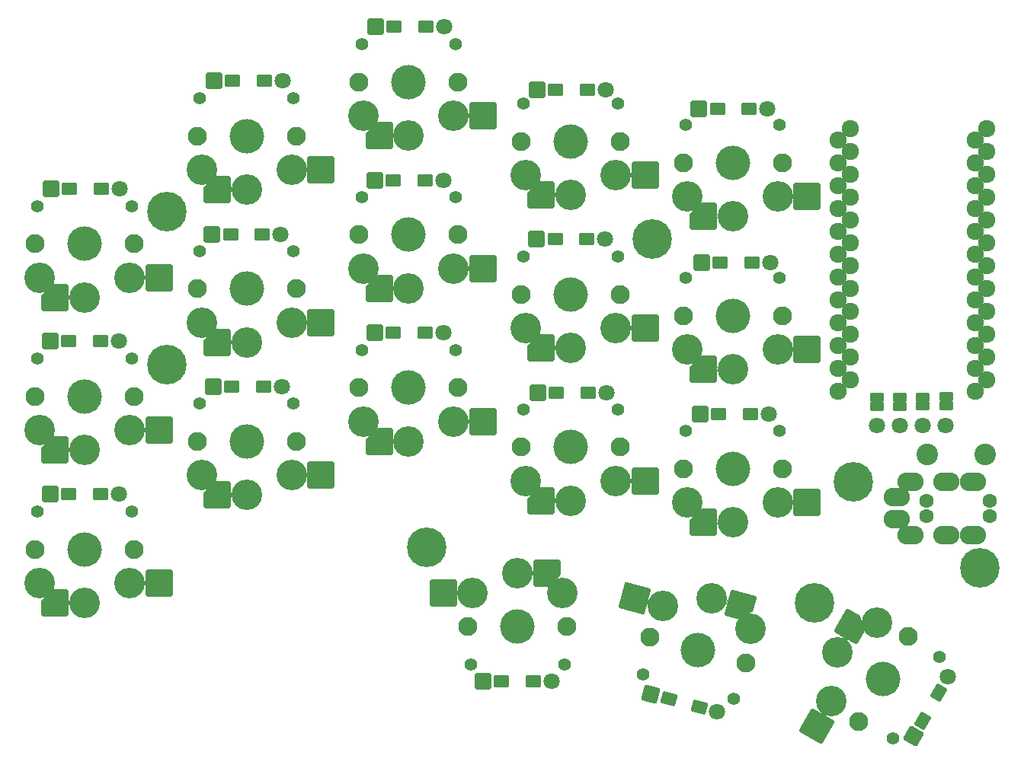
<source format=gbr>
G04 #@! TF.GenerationSoftware,KiCad,Pcbnew,(5.99.0-11177-g6c67dfa032)*
G04 #@! TF.CreationDate,2021-08-29T13:14:21+03:00*
G04 #@! TF.ProjectId,chocofi,63686f63-6f66-4692-9e6b-696361645f70,2.1*
G04 #@! TF.SameCoordinates,Original*
G04 #@! TF.FileFunction,Soldermask,Top*
G04 #@! TF.FilePolarity,Negative*
%FSLAX46Y46*%
G04 Gerber Fmt 4.6, Leading zero omitted, Abs format (unit mm)*
G04 Created by KiCad (PCBNEW (5.99.0-11177-g6c67dfa032)) date 2021-08-29 13:14:21*
%MOMM*%
%LPD*%
G01*
G04 APERTURE LIST*
G04 Aperture macros list*
%AMRoundRect*
0 Rectangle with rounded corners*
0 $1 Rounding radius*
0 $2 $3 $4 $5 $6 $7 $8 $9 X,Y pos of 4 corners*
0 Add a 4 corners polygon primitive as box body*
4,1,4,$2,$3,$4,$5,$6,$7,$8,$9,$2,$3,0*
0 Add four circle primitives for the rounded corners*
1,1,$1+$1,$2,$3*
1,1,$1+$1,$4,$5*
1,1,$1+$1,$6,$7*
1,1,$1+$1,$8,$9*
0 Add four rect primitives between the rounded corners*
20,1,$1+$1,$2,$3,$4,$5,0*
20,1,$1+$1,$4,$5,$6,$7,0*
20,1,$1+$1,$6,$7,$8,$9,0*
20,1,$1+$1,$8,$9,$2,$3,0*%
%AMFreePoly0*
4,1,22,1.386777,1.480194,1.456366,1.424698,1.494986,1.344504,1.500000,1.300000,1.500000,-1.300000,1.480194,-1.386777,1.424698,-1.456366,1.344504,-1.494986,1.300000,-1.500000,-1.300000,-1.500000,-1.386777,-1.480194,-1.456366,-1.424698,-1.494986,-1.344504,-1.500000,-1.300000,-1.500000,0.130000,-1.480194,0.216777,-1.441421,0.271421,-0.271421,1.441421,-0.196056,1.488777,-0.130000,1.500000,
1.300000,1.500000,1.386777,1.480194,1.386777,1.480194,$1*%
G04 Aperture macros list end*
%ADD10RoundRect,0.200000X-0.698500X-0.698500X0.698500X-0.698500X0.698500X0.698500X-0.698500X0.698500X0*%
%ADD11RoundRect,0.200000X-0.650000X-0.475000X0.650000X-0.475000X0.650000X0.475000X-0.650000X0.475000X0*%
%ADD12C,1.797000*%
%ADD13RoundRect,0.200000X-0.750791X-0.290582X0.504913X-0.627047X0.750791X0.290582X-0.504913X0.627047X0*%
%ADD14RoundRect,0.200000X-0.855484X-0.493914X0.493914X-0.855484X0.855484X0.493914X-0.493914X0.855484X0*%
%ADD15RoundRect,0.200000X0.255669X-0.954169X0.954169X0.255669X-0.255669X0.954169X-0.954169X-0.255669X0*%
%ADD16RoundRect,0.200000X0.086362X-0.800417X0.736362X0.325417X-0.086362X0.800417X-0.736362X-0.325417X0*%
%ADD17C,1.600000*%
%ADD18O,2.900000X2.100000*%
%ADD19C,2.101800*%
%ADD20C,3.829000*%
%ADD21C,3.400000*%
%ADD22C,1.390600*%
%ADD23FreePoly0,0.000000*%
%ADD24RoundRect,0.200000X-1.300000X-1.300000X1.300000X-1.300000X1.300000X1.300000X-1.300000X1.300000X0*%
%ADD25FreePoly0,180.000000*%
%ADD26RoundRect,0.200000X1.300000X1.300000X-1.300000X1.300000X-1.300000X-1.300000X1.300000X-1.300000X0*%
%ADD27FreePoly0,165.000000*%
%ADD28RoundRect,0.200000X1.592168X0.919239X-0.919239X1.592168X-1.592168X-0.919239X0.919239X-1.592168X0*%
%ADD29FreePoly0,240.000000*%
%ADD30RoundRect,0.200000X-0.475833X1.775833X-1.775833X-0.475833X0.475833X-1.775833X1.775833X0.475833X0*%
%ADD31C,1.924000*%
%ADD32RoundRect,0.200000X-0.571500X0.317500X-0.571500X-0.317500X0.571500X-0.317500X0.571500X0.317500X0*%
%ADD33C,2.400000*%
%ADD34C,4.400000*%
G04 APERTURE END LIST*
D10*
X82194400Y-64312800D03*
D11*
X84229400Y-64312800D03*
D12*
X89814400Y-64312800D03*
D11*
X87779400Y-64312800D03*
D10*
X100279200Y-52273200D03*
D11*
X102314200Y-52273200D03*
X105864200Y-52273200D03*
D12*
X107899200Y-52273200D03*
D10*
X118262400Y-46228000D03*
D11*
X120297400Y-46228000D03*
D12*
X125882400Y-46228000D03*
D11*
X123847400Y-46228000D03*
X138229800Y-53289200D03*
D10*
X136194800Y-53289200D03*
D12*
X143814800Y-53289200D03*
D11*
X141779800Y-53289200D03*
X156213000Y-55422800D03*
D10*
X154178000Y-55422800D03*
D11*
X159763000Y-55422800D03*
D12*
X161798000Y-55422800D03*
D10*
X82092800Y-81229200D03*
D11*
X84127800Y-81229200D03*
D12*
X89712800Y-81229200D03*
D11*
X87677800Y-81229200D03*
D10*
X100076000Y-69342000D03*
D11*
X102111000Y-69342000D03*
D12*
X107696000Y-69342000D03*
D11*
X105661000Y-69342000D03*
D10*
X118160800Y-63347600D03*
D11*
X120195800Y-63347600D03*
X123745800Y-63347600D03*
D12*
X125780800Y-63347600D03*
D10*
X136144000Y-69900800D03*
D11*
X138179000Y-69900800D03*
D12*
X143764000Y-69900800D03*
D11*
X141729000Y-69900800D03*
D10*
X154482800Y-72491600D03*
D11*
X156517800Y-72491600D03*
D12*
X162102800Y-72491600D03*
D11*
X160067800Y-72491600D03*
D10*
X82092800Y-98247200D03*
D11*
X84127800Y-98247200D03*
D12*
X89712800Y-98247200D03*
D11*
X87677800Y-98247200D03*
D10*
X100177600Y-86309200D03*
D11*
X102212600Y-86309200D03*
X105762600Y-86309200D03*
D12*
X107797600Y-86309200D03*
D11*
X120195800Y-80314800D03*
D10*
X118160800Y-80314800D03*
D11*
X123745800Y-80314800D03*
D12*
X125780800Y-80314800D03*
D10*
X136245600Y-86969600D03*
D11*
X138280600Y-86969600D03*
X141830600Y-86969600D03*
D12*
X143865600Y-86969600D03*
D11*
X156314600Y-89357200D03*
D10*
X154279600Y-89357200D03*
D12*
X161899600Y-89357200D03*
D11*
X159864600Y-89357200D03*
D10*
X130149600Y-119075200D03*
D11*
X132184600Y-119075200D03*
X135734600Y-119075200D03*
D12*
X137769600Y-119075200D03*
D13*
X150799764Y-121001192D03*
D14*
X148834105Y-120474495D03*
D12*
X156194459Y-122446697D03*
D13*
X154228800Y-121920000D03*
D15*
X178053166Y-125194992D03*
D16*
X179070666Y-123432630D03*
X180845666Y-120358240D03*
D12*
X181863166Y-118595878D03*
D17*
X186460000Y-98961000D03*
X179460000Y-98961000D03*
X186460000Y-100711000D03*
X179460000Y-100711000D03*
D18*
X176160000Y-101061000D03*
X176160000Y-98611000D03*
X184660000Y-102811000D03*
X184660000Y-96861000D03*
X181660000Y-96861000D03*
X181660000Y-102811000D03*
X177660000Y-96861000D03*
X177660000Y-102811000D03*
D19*
X91410000Y-70400000D03*
D20*
X85910000Y-70400000D03*
D21*
X80910000Y-74150000D03*
D22*
X91130000Y-66200000D03*
D21*
X85910000Y-76350000D03*
D22*
X80690000Y-66200000D03*
D19*
X80410000Y-70400000D03*
D21*
X90910000Y-74150000D03*
D23*
X82635000Y-76350000D03*
D24*
X94185000Y-74150000D03*
D22*
X98690000Y-54200000D03*
D19*
X109410000Y-58400000D03*
D21*
X103910000Y-64350000D03*
D22*
X109130000Y-54200000D03*
D21*
X98910000Y-62150000D03*
D20*
X103910000Y-58400000D03*
D21*
X108910000Y-62150000D03*
D19*
X98410000Y-58400000D03*
D23*
X100635000Y-64350000D03*
D24*
X112185000Y-62150000D03*
D20*
X121910000Y-52400000D03*
D19*
X116410000Y-52400000D03*
D22*
X127130000Y-48200000D03*
D21*
X121910000Y-58350000D03*
X116910000Y-56150000D03*
D22*
X116690000Y-48200000D03*
D19*
X127410000Y-52400000D03*
D21*
X126910000Y-56150000D03*
D23*
X118635000Y-58350000D03*
D24*
X130185000Y-56150000D03*
D19*
X145410000Y-59020000D03*
D21*
X134910000Y-62770000D03*
X139910000Y-64970000D03*
D22*
X134690000Y-54820000D03*
D20*
X139910000Y-59020000D03*
D22*
X145130000Y-54820000D03*
D19*
X134410000Y-59020000D03*
D21*
X144910000Y-62770000D03*
D23*
X136635000Y-64970000D03*
D24*
X148185000Y-62770000D03*
D21*
X152910000Y-65150000D03*
X157910000Y-67350000D03*
D22*
X152690000Y-57200000D03*
D20*
X157910000Y-61400000D03*
D19*
X152410000Y-61400000D03*
X163410000Y-61400000D03*
D21*
X162910000Y-65150000D03*
D22*
X163130000Y-57200000D03*
D23*
X154635000Y-67350000D03*
D24*
X166185000Y-65150000D03*
D21*
X90910000Y-91150000D03*
D19*
X91410000Y-87400000D03*
X80410000Y-87400000D03*
D21*
X80910000Y-91150000D03*
D22*
X80690000Y-83200000D03*
D21*
X85910000Y-93350000D03*
D22*
X91130000Y-83200000D03*
D20*
X85910000Y-87400000D03*
D23*
X82635000Y-93350000D03*
D24*
X94185000Y-91150000D03*
D19*
X98410000Y-75400000D03*
D22*
X109130000Y-71200000D03*
D20*
X103910000Y-75400000D03*
D19*
X109410000Y-75400000D03*
D21*
X108910000Y-79150000D03*
X98910000Y-79150000D03*
X103910000Y-81350000D03*
D22*
X98690000Y-71200000D03*
D23*
X100635000Y-81350000D03*
D24*
X112185000Y-79150000D03*
D21*
X121910000Y-75350000D03*
D19*
X116410000Y-69400000D03*
D22*
X127130000Y-65200000D03*
D19*
X127410000Y-69400000D03*
D22*
X116690000Y-65200000D03*
D20*
X121910000Y-69400000D03*
D21*
X116910000Y-73150000D03*
X126910000Y-73150000D03*
D23*
X118635000Y-75350000D03*
D24*
X130185000Y-73150000D03*
D21*
X134910000Y-79770000D03*
D22*
X134690000Y-71820000D03*
D21*
X144910000Y-79770000D03*
X139910000Y-81970000D03*
D19*
X134410000Y-76020000D03*
D20*
X139910000Y-76020000D03*
D19*
X145410000Y-76020000D03*
D22*
X145130000Y-71820000D03*
D23*
X136635000Y-81970000D03*
D24*
X148185000Y-79770000D03*
D19*
X163410000Y-78400000D03*
D21*
X162910000Y-82150000D03*
D19*
X152410000Y-78400000D03*
D22*
X152690000Y-74200000D03*
X163130000Y-74200000D03*
D21*
X157910000Y-84350000D03*
D20*
X157910000Y-78400000D03*
D21*
X152910000Y-82150000D03*
D23*
X154635000Y-84350000D03*
D24*
X166185000Y-82150000D03*
D22*
X91130000Y-100200000D03*
X80690000Y-100200000D03*
D21*
X90910000Y-108150000D03*
D19*
X91410000Y-104400000D03*
X80410000Y-104400000D03*
D20*
X85910000Y-104400000D03*
D21*
X80910000Y-108150000D03*
X85910000Y-110350000D03*
D23*
X82635000Y-110350000D03*
D24*
X94185000Y-108150000D03*
D21*
X103910000Y-98350000D03*
X98910000Y-96150000D03*
D22*
X98690000Y-88200000D03*
D19*
X109410000Y-92400000D03*
D21*
X108910000Y-96150000D03*
D19*
X98410000Y-92400000D03*
D22*
X109130000Y-88200000D03*
D20*
X103910000Y-92400000D03*
D23*
X100635000Y-98350000D03*
D24*
X112185000Y-96150000D03*
D20*
X121910000Y-86400000D03*
D21*
X116910000Y-90150000D03*
D22*
X116690000Y-82200000D03*
D21*
X126910000Y-90150000D03*
D19*
X127410000Y-86400000D03*
D22*
X127130000Y-82200000D03*
D19*
X116410000Y-86400000D03*
D21*
X121910000Y-92350000D03*
D23*
X118635000Y-92350000D03*
D24*
X130185000Y-90150000D03*
D22*
X145130000Y-88825000D03*
X134690000Y-88825000D03*
D19*
X134410000Y-93025000D03*
D21*
X139910000Y-98975000D03*
D19*
X145410000Y-93025000D03*
D21*
X134910000Y-96775000D03*
D20*
X139910000Y-93025000D03*
D21*
X144910000Y-96775000D03*
D23*
X136635000Y-98975000D03*
D24*
X148185000Y-96775000D03*
D21*
X157910000Y-101350000D03*
D20*
X157910000Y-95400000D03*
D19*
X163410000Y-95400000D03*
D21*
X152910000Y-99150000D03*
D22*
X152690000Y-91200000D03*
D21*
X162910000Y-99150000D03*
D19*
X152410000Y-95400000D03*
D22*
X163130000Y-91200000D03*
D23*
X154635000Y-101350000D03*
D24*
X166185000Y-99150000D03*
D22*
X139230000Y-117190000D03*
D21*
X134010000Y-107040000D03*
D19*
X128510000Y-112990000D03*
D21*
X139010000Y-109240000D03*
D20*
X134010000Y-112990000D03*
D19*
X139510000Y-112990000D03*
D21*
X129010000Y-109240000D03*
D22*
X128790000Y-117190000D03*
D25*
X137285000Y-107040000D03*
D26*
X125735000Y-109240000D03*
D22*
X158015093Y-120987924D03*
D21*
X155599973Y-109832741D03*
X150200942Y-110663683D03*
D20*
X154060000Y-115580000D03*
D21*
X159860201Y-113251873D03*
D19*
X148747408Y-114156495D03*
D22*
X147930827Y-118285853D03*
D19*
X159372592Y-117003505D03*
D27*
X158763380Y-110680374D03*
D28*
X147037535Y-109816051D03*
D21*
X173912405Y-112584873D03*
X169507149Y-115815000D03*
D22*
X180907307Y-116369347D03*
D19*
X171910000Y-123553140D03*
X177410000Y-114026860D03*
D21*
X168912405Y-121245127D03*
D20*
X174660000Y-118790000D03*
D22*
X175687307Y-125410653D03*
D29*
X171144649Y-112978767D03*
D30*
X167274905Y-124081360D03*
D31*
X169620000Y-58870400D03*
X186166400Y-57600400D03*
X186166400Y-60140400D03*
X169620000Y-61410400D03*
X186166400Y-62680400D03*
X169620000Y-63950400D03*
X186166400Y-65220400D03*
X169620000Y-66490400D03*
X169620000Y-69030400D03*
X186166400Y-67760400D03*
X169620000Y-71570400D03*
X186166400Y-70300400D03*
X169620000Y-74110400D03*
X186166400Y-72840400D03*
X169620000Y-76650400D03*
X186166400Y-75380400D03*
X186166400Y-77920400D03*
X169620000Y-79190400D03*
X186166400Y-80460400D03*
X169620000Y-81730400D03*
X186166400Y-83000400D03*
X169620000Y-84270400D03*
X186166400Y-85540400D03*
X169620000Y-86810400D03*
X170946400Y-85540400D03*
X184860000Y-86810400D03*
X170946400Y-83000400D03*
X184860000Y-84270400D03*
X184860000Y-81730400D03*
X170946400Y-80460400D03*
X184860000Y-79190400D03*
X170946400Y-77920400D03*
X184860000Y-76650400D03*
X170946400Y-75380400D03*
X184860000Y-74110400D03*
X170946400Y-72840400D03*
X184860000Y-71570400D03*
X170946400Y-70300400D03*
X170946400Y-67760400D03*
X184860000Y-69030400D03*
X184860000Y-66490400D03*
X170946400Y-65220400D03*
X184860000Y-63950400D03*
X170946400Y-62680400D03*
X170946400Y-60140400D03*
X184860000Y-61410400D03*
X184860000Y-58870400D03*
X170946400Y-57600400D03*
D32*
X179070000Y-87448020D03*
X179070000Y-88448780D03*
D12*
X173930000Y-90608400D03*
X176470000Y-90608400D03*
X179010000Y-90608400D03*
X181550000Y-90608400D03*
D32*
X176470000Y-87468020D03*
X176470000Y-88468780D03*
X173930000Y-87498020D03*
X173930000Y-88498780D03*
X181640000Y-87438420D03*
X181640000Y-88439180D03*
D33*
X186003000Y-93853000D03*
X179503000Y-93853000D03*
D34*
X171323000Y-96901000D03*
X185420000Y-106426000D03*
X95000000Y-66802000D03*
X148971000Y-69850000D03*
X123952000Y-104140000D03*
X167005000Y-110363000D03*
X95000000Y-83820000D03*
G36*
X166903828Y-122132847D02*
G01*
X166904343Y-122133055D01*
X167783425Y-122640593D01*
X167820149Y-122645428D01*
X167849194Y-122623140D01*
X167853981Y-122586781D01*
X167835917Y-122560375D01*
X167835765Y-122558381D01*
X167837415Y-122557252D01*
X167838751Y-122557633D01*
X168012607Y-122685110D01*
X168235333Y-122802291D01*
X168300965Y-122825210D01*
X168302271Y-122826725D01*
X168301612Y-122828613D01*
X168300419Y-122829095D01*
X168263400Y-122831198D01*
X168239022Y-122858512D01*
X168241104Y-122895171D01*
X168260445Y-122916001D01*
X168288964Y-122932467D01*
X168289964Y-122934199D01*
X168288964Y-122935931D01*
X168286964Y-122935931D01*
X166902339Y-122136518D01*
X166901339Y-122134786D01*
X166902339Y-122133054D01*
X166903824Y-122132846D01*
X166903828Y-122132847D01*
G37*
G36*
X169274079Y-113628534D02*
G01*
X171517219Y-114923612D01*
X171518219Y-114925344D01*
X171517219Y-114927076D01*
X171515476Y-114927201D01*
X171515471Y-114927199D01*
X171515214Y-114927074D01*
X170643778Y-114423950D01*
X170607054Y-114419115D01*
X170578009Y-114441403D01*
X170573213Y-114477831D01*
X170586634Y-114500279D01*
X170586664Y-114502278D01*
X170584948Y-114503305D01*
X170583547Y-114502762D01*
X170575731Y-114495410D01*
X170368950Y-114351960D01*
X170143228Y-114240646D01*
X170111452Y-114230475D01*
X170110108Y-114228994D01*
X170110717Y-114227090D01*
X170111896Y-114226577D01*
X170148847Y-114223507D01*
X170172502Y-114195565D01*
X170169460Y-114158958D01*
X170150695Y-114139269D01*
X169272081Y-113632000D01*
X169271667Y-113631682D01*
X169271665Y-113631680D01*
X169271147Y-113629748D01*
X169272561Y-113628334D01*
X169274079Y-113628534D01*
G37*
G36*
X170495013Y-111106468D02*
G01*
X170494882Y-111108196D01*
X169199804Y-113351337D01*
X169198072Y-113352337D01*
X169196340Y-113351337D01*
X169196215Y-113349594D01*
X169196217Y-113349589D01*
X169196342Y-113349332D01*
X170491414Y-111106201D01*
X170491584Y-111105952D01*
X170491588Y-111105947D01*
X170493451Y-111105219D01*
X170495013Y-111106468D01*
G37*
G36*
X147900774Y-111598198D02*
G01*
X147902188Y-111599612D01*
X147901670Y-111601544D01*
X147900256Y-111602130D01*
X147900252Y-111602130D01*
X147899734Y-111602062D01*
X145397845Y-110931683D01*
X145397469Y-110931540D01*
X145397467Y-110931539D01*
X145396365Y-110929870D01*
X145397259Y-110928081D01*
X145398879Y-110927818D01*
X147900774Y-111598198D01*
G37*
G36*
X84136848Y-110061122D02*
G01*
X84151175Y-110095711D01*
X84184999Y-110109721D01*
X84218877Y-110095689D01*
X84232765Y-110066406D01*
X84234411Y-110065270D01*
X84236218Y-110066127D01*
X84236562Y-110067463D01*
X84212588Y-110305550D01*
X84224663Y-110556933D01*
X84235800Y-110612926D01*
X84235157Y-110614820D01*
X84233195Y-110615210D01*
X84232175Y-110614427D01*
X84211575Y-110583594D01*
X84175667Y-110576452D01*
X84145132Y-110596854D01*
X84136914Y-110623948D01*
X84135454Y-110625315D01*
X84133540Y-110624734D01*
X84133000Y-110623367D01*
X84133000Y-110061887D01*
X84134000Y-110060155D01*
X84136000Y-110060155D01*
X84136848Y-110061122D01*
G37*
G36*
X148571540Y-109890485D02*
G01*
X148572058Y-109892417D01*
X148557444Y-109946959D01*
X148562279Y-109983683D01*
X148591324Y-110005970D01*
X148627699Y-110001181D01*
X148648028Y-109978101D01*
X148649923Y-109977462D01*
X148651424Y-109978784D01*
X148651373Y-109980196D01*
X148590693Y-110124901D01*
X148528744Y-110368826D01*
X148517733Y-110478182D01*
X148516564Y-110479806D01*
X148514575Y-110479605D01*
X148513828Y-110478558D01*
X148503142Y-110443051D01*
X148470890Y-110425723D01*
X148435745Y-110436300D01*
X148419654Y-110461197D01*
X148383505Y-110596107D01*
X148382091Y-110597521D01*
X148380159Y-110597003D01*
X148379641Y-110595071D01*
X148568194Y-109891381D01*
X148569608Y-109889967D01*
X148571540Y-109890485D01*
G37*
G36*
X157286886Y-110014197D02*
G01*
X157287605Y-110015263D01*
X157297358Y-110051040D01*
X157329142Y-110069205D01*
X157364540Y-110059555D01*
X157381810Y-110033587D01*
X157383601Y-110032699D01*
X157385267Y-110033807D01*
X157385407Y-110035213D01*
X157247804Y-110548755D01*
X157246390Y-110550169D01*
X157244458Y-110549651D01*
X157243889Y-110548498D01*
X157239002Y-110511380D01*
X157209957Y-110489092D01*
X157173568Y-110493883D01*
X157153772Y-110515772D01*
X157151869Y-110516385D01*
X157150386Y-110515044D01*
X157150465Y-110513609D01*
X157195566Y-110413488D01*
X157263880Y-110171265D01*
X157283691Y-110015537D01*
X157284902Y-110013945D01*
X157286886Y-110014197D01*
G37*
G36*
X127236848Y-108951122D02*
G01*
X127251175Y-108985711D01*
X127284999Y-108999721D01*
X127318877Y-108985689D01*
X127332765Y-108956406D01*
X127334411Y-108955270D01*
X127336218Y-108956127D01*
X127336562Y-108957463D01*
X127312588Y-109195550D01*
X127324663Y-109446933D01*
X127335800Y-109502926D01*
X127335157Y-109504820D01*
X127333195Y-109505210D01*
X127332175Y-109504427D01*
X127311575Y-109473594D01*
X127275667Y-109466452D01*
X127245132Y-109486854D01*
X127236914Y-109513948D01*
X127235454Y-109515315D01*
X127233540Y-109514734D01*
X127233000Y-109513367D01*
X127233000Y-108951887D01*
X127234000Y-108950155D01*
X127236000Y-108950155D01*
X127236848Y-108951122D01*
G37*
G36*
X146175336Y-108030040D02*
G01*
X148677225Y-108700419D01*
X148677601Y-108700562D01*
X148677603Y-108700563D01*
X148678705Y-108702232D01*
X148677811Y-108704021D01*
X148676191Y-108704284D01*
X146174296Y-108033904D01*
X146172882Y-108032490D01*
X146173400Y-108030558D01*
X146174814Y-108029972D01*
X146174818Y-108029972D01*
X146175336Y-108030040D01*
G37*
G36*
X92686442Y-107864422D02*
G01*
X92687000Y-107865808D01*
X92687000Y-108419236D01*
X92686000Y-108420968D01*
X92684000Y-108420968D01*
X92683152Y-108420001D01*
X92668825Y-108385412D01*
X92635001Y-108371402D01*
X92601110Y-108385440D01*
X92587385Y-108413426D01*
X92585724Y-108414540D01*
X92583929Y-108413660D01*
X92583605Y-108412293D01*
X92605674Y-108238816D01*
X92607998Y-108150056D01*
X92589343Y-107899019D01*
X92584491Y-107877577D01*
X92585084Y-107875667D01*
X92587035Y-107875226D01*
X92588075Y-107875982D01*
X92609476Y-107906263D01*
X92645559Y-107912463D01*
X92675561Y-107891259D01*
X92683079Y-107865253D01*
X92684520Y-107863866D01*
X92686442Y-107864422D01*
G37*
G36*
X135786442Y-106754422D02*
G01*
X135787000Y-106755808D01*
X135787000Y-107309236D01*
X135786000Y-107310968D01*
X135784000Y-107310968D01*
X135783152Y-107310001D01*
X135768825Y-107275412D01*
X135735001Y-107261402D01*
X135701110Y-107275440D01*
X135687385Y-107303426D01*
X135685724Y-107304540D01*
X135683929Y-107303660D01*
X135683605Y-107302293D01*
X135705674Y-107128816D01*
X135707998Y-107040056D01*
X135689343Y-106789019D01*
X135684491Y-106767577D01*
X135685084Y-106765667D01*
X135687035Y-106765226D01*
X135688075Y-106765982D01*
X135709476Y-106796263D01*
X135745559Y-106802463D01*
X135775561Y-106781259D01*
X135783079Y-106755253D01*
X135784520Y-106753866D01*
X135786442Y-106754422D01*
G37*
G36*
X156136848Y-101061122D02*
G01*
X156151175Y-101095711D01*
X156184999Y-101109721D01*
X156218877Y-101095689D01*
X156232765Y-101066406D01*
X156234411Y-101065270D01*
X156236218Y-101066127D01*
X156236562Y-101067463D01*
X156212588Y-101305550D01*
X156224663Y-101556933D01*
X156235800Y-101612926D01*
X156235157Y-101614820D01*
X156233195Y-101615210D01*
X156232175Y-101614427D01*
X156211575Y-101583594D01*
X156175667Y-101576452D01*
X156145132Y-101596854D01*
X156136914Y-101623948D01*
X156135454Y-101625315D01*
X156133540Y-101624734D01*
X156133000Y-101623367D01*
X156133000Y-101061887D01*
X156134000Y-101060155D01*
X156136000Y-101060155D01*
X156136848Y-101061122D01*
G37*
G36*
X164686442Y-98864422D02*
G01*
X164687000Y-98865808D01*
X164687000Y-99419236D01*
X164686000Y-99420968D01*
X164684000Y-99420968D01*
X164683152Y-99420001D01*
X164668825Y-99385412D01*
X164635001Y-99371402D01*
X164601110Y-99385440D01*
X164587385Y-99413426D01*
X164585724Y-99414540D01*
X164583929Y-99413660D01*
X164583605Y-99412293D01*
X164605674Y-99238816D01*
X164607998Y-99150056D01*
X164589343Y-98899019D01*
X164584491Y-98877577D01*
X164585084Y-98875667D01*
X164587035Y-98875226D01*
X164588075Y-98875982D01*
X164609476Y-98906263D01*
X164645559Y-98912463D01*
X164675561Y-98891259D01*
X164683079Y-98865253D01*
X164684520Y-98863866D01*
X164686442Y-98864422D01*
G37*
G36*
X138136848Y-98686122D02*
G01*
X138151175Y-98720711D01*
X138184999Y-98734721D01*
X138218877Y-98720689D01*
X138232765Y-98691406D01*
X138234411Y-98690270D01*
X138236218Y-98691127D01*
X138236562Y-98692463D01*
X138212588Y-98930550D01*
X138224663Y-99181933D01*
X138235800Y-99237926D01*
X138235157Y-99239820D01*
X138233195Y-99240210D01*
X138232175Y-99239427D01*
X138211575Y-99208594D01*
X138175667Y-99201452D01*
X138145132Y-99221854D01*
X138136914Y-99248948D01*
X138135454Y-99250315D01*
X138133540Y-99249734D01*
X138133000Y-99248367D01*
X138133000Y-98686887D01*
X138134000Y-98685155D01*
X138136000Y-98685155D01*
X138136848Y-98686122D01*
G37*
G36*
X102136848Y-98061122D02*
G01*
X102151175Y-98095711D01*
X102184999Y-98109721D01*
X102218877Y-98095689D01*
X102232765Y-98066406D01*
X102234411Y-98065270D01*
X102236218Y-98066127D01*
X102236562Y-98067463D01*
X102212588Y-98305550D01*
X102224663Y-98556933D01*
X102235800Y-98612926D01*
X102235157Y-98614820D01*
X102233195Y-98615210D01*
X102232175Y-98614427D01*
X102211575Y-98583594D01*
X102175667Y-98576452D01*
X102145132Y-98596854D01*
X102136914Y-98623948D01*
X102135454Y-98625315D01*
X102133540Y-98624734D01*
X102133000Y-98623367D01*
X102133000Y-98061887D01*
X102134000Y-98060155D01*
X102136000Y-98060155D01*
X102136848Y-98061122D01*
G37*
G36*
X146686442Y-96489422D02*
G01*
X146687000Y-96490808D01*
X146687000Y-97044236D01*
X146686000Y-97045968D01*
X146684000Y-97045968D01*
X146683152Y-97045001D01*
X146668825Y-97010412D01*
X146635001Y-96996402D01*
X146601110Y-97010440D01*
X146587385Y-97038426D01*
X146585724Y-97039540D01*
X146583929Y-97038660D01*
X146583605Y-97037293D01*
X146605674Y-96863816D01*
X146607998Y-96775056D01*
X146589343Y-96524019D01*
X146584491Y-96502577D01*
X146585084Y-96500667D01*
X146587035Y-96500226D01*
X146588075Y-96500982D01*
X146609476Y-96531263D01*
X146645559Y-96537463D01*
X146675561Y-96516259D01*
X146683079Y-96490253D01*
X146684520Y-96488866D01*
X146686442Y-96489422D01*
G37*
G36*
X110686442Y-95864422D02*
G01*
X110687000Y-95865808D01*
X110687000Y-96419236D01*
X110686000Y-96420968D01*
X110684000Y-96420968D01*
X110683152Y-96420001D01*
X110668825Y-96385412D01*
X110635001Y-96371402D01*
X110601110Y-96385440D01*
X110587385Y-96413426D01*
X110585724Y-96414540D01*
X110583929Y-96413660D01*
X110583605Y-96412293D01*
X110605674Y-96238816D01*
X110607998Y-96150056D01*
X110589343Y-95899019D01*
X110584491Y-95877577D01*
X110585084Y-95875667D01*
X110587035Y-95875226D01*
X110588075Y-95875982D01*
X110609476Y-95906263D01*
X110645559Y-95912463D01*
X110675561Y-95891259D01*
X110683079Y-95865253D01*
X110684520Y-95863866D01*
X110686442Y-95864422D01*
G37*
G36*
X84136848Y-93061122D02*
G01*
X84151175Y-93095711D01*
X84184999Y-93109721D01*
X84218877Y-93095689D01*
X84232765Y-93066406D01*
X84234411Y-93065270D01*
X84236218Y-93066127D01*
X84236562Y-93067463D01*
X84212588Y-93305550D01*
X84224663Y-93556933D01*
X84235800Y-93612926D01*
X84235157Y-93614820D01*
X84233195Y-93615210D01*
X84232175Y-93614427D01*
X84211575Y-93583594D01*
X84175667Y-93576452D01*
X84145132Y-93596854D01*
X84136914Y-93623948D01*
X84135454Y-93625315D01*
X84133540Y-93624734D01*
X84133000Y-93623367D01*
X84133000Y-93061887D01*
X84134000Y-93060155D01*
X84136000Y-93060155D01*
X84136848Y-93061122D01*
G37*
G36*
X120136848Y-92061122D02*
G01*
X120151175Y-92095711D01*
X120184999Y-92109721D01*
X120218877Y-92095689D01*
X120232765Y-92066406D01*
X120234411Y-92065270D01*
X120236218Y-92066127D01*
X120236562Y-92067463D01*
X120212588Y-92305550D01*
X120224663Y-92556933D01*
X120235800Y-92612926D01*
X120235157Y-92614820D01*
X120233195Y-92615210D01*
X120232175Y-92614427D01*
X120211575Y-92583594D01*
X120175667Y-92576452D01*
X120145132Y-92596854D01*
X120136914Y-92623948D01*
X120135454Y-92625315D01*
X120133540Y-92624734D01*
X120133000Y-92623367D01*
X120133000Y-92061887D01*
X120134000Y-92060155D01*
X120136000Y-92060155D01*
X120136848Y-92061122D01*
G37*
G36*
X92686442Y-90864422D02*
G01*
X92687000Y-90865808D01*
X92687000Y-91419236D01*
X92686000Y-91420968D01*
X92684000Y-91420968D01*
X92683152Y-91420001D01*
X92668825Y-91385412D01*
X92635001Y-91371402D01*
X92601110Y-91385440D01*
X92587385Y-91413426D01*
X92585724Y-91414540D01*
X92583929Y-91413660D01*
X92583605Y-91412293D01*
X92605674Y-91238816D01*
X92607998Y-91150056D01*
X92589343Y-90899019D01*
X92584491Y-90877577D01*
X92585084Y-90875667D01*
X92587035Y-90875226D01*
X92588075Y-90875982D01*
X92609476Y-90906263D01*
X92645559Y-90912463D01*
X92675561Y-90891259D01*
X92683079Y-90865253D01*
X92684520Y-90863866D01*
X92686442Y-90864422D01*
G37*
G36*
X128686442Y-89864422D02*
G01*
X128687000Y-89865808D01*
X128687000Y-90419236D01*
X128686000Y-90420968D01*
X128684000Y-90420968D01*
X128683152Y-90420001D01*
X128668825Y-90385412D01*
X128635001Y-90371402D01*
X128601110Y-90385440D01*
X128587385Y-90413426D01*
X128585724Y-90414540D01*
X128583929Y-90413660D01*
X128583605Y-90412293D01*
X128605674Y-90238816D01*
X128607998Y-90150056D01*
X128589343Y-89899019D01*
X128584491Y-89877577D01*
X128585084Y-89875667D01*
X128587035Y-89875226D01*
X128588075Y-89875982D01*
X128609476Y-89906263D01*
X128645559Y-89912463D01*
X128675561Y-89891259D01*
X128683079Y-89865253D01*
X128684520Y-89863866D01*
X128686442Y-89864422D01*
G37*
G36*
X156136848Y-84061122D02*
G01*
X156151175Y-84095711D01*
X156184999Y-84109721D01*
X156218877Y-84095689D01*
X156232765Y-84066406D01*
X156234411Y-84065270D01*
X156236218Y-84066127D01*
X156236562Y-84067463D01*
X156212588Y-84305550D01*
X156224663Y-84556933D01*
X156235800Y-84612926D01*
X156235157Y-84614820D01*
X156233195Y-84615210D01*
X156232175Y-84614427D01*
X156211575Y-84583594D01*
X156175667Y-84576452D01*
X156145132Y-84596854D01*
X156136914Y-84623948D01*
X156135454Y-84625315D01*
X156133540Y-84624734D01*
X156133000Y-84623367D01*
X156133000Y-84061887D01*
X156134000Y-84060155D01*
X156136000Y-84060155D01*
X156136848Y-84061122D01*
G37*
G36*
X164686442Y-81864422D02*
G01*
X164687000Y-81865808D01*
X164687000Y-82419236D01*
X164686000Y-82420968D01*
X164684000Y-82420968D01*
X164683152Y-82420001D01*
X164668825Y-82385412D01*
X164635001Y-82371402D01*
X164601110Y-82385440D01*
X164587385Y-82413426D01*
X164585724Y-82414540D01*
X164583929Y-82413660D01*
X164583605Y-82412293D01*
X164605674Y-82238816D01*
X164607998Y-82150056D01*
X164589343Y-81899019D01*
X164584491Y-81877577D01*
X164585084Y-81875667D01*
X164587035Y-81875226D01*
X164588075Y-81875982D01*
X164609476Y-81906263D01*
X164645559Y-81912463D01*
X164675561Y-81891259D01*
X164683079Y-81865253D01*
X164684520Y-81863866D01*
X164686442Y-81864422D01*
G37*
G36*
X138136848Y-81681122D02*
G01*
X138151175Y-81715711D01*
X138184999Y-81729721D01*
X138218877Y-81715689D01*
X138232765Y-81686406D01*
X138234411Y-81685270D01*
X138236218Y-81686127D01*
X138236562Y-81687463D01*
X138212588Y-81925550D01*
X138224663Y-82176933D01*
X138235800Y-82232926D01*
X138235157Y-82234820D01*
X138233195Y-82235210D01*
X138232175Y-82234427D01*
X138211575Y-82203594D01*
X138175667Y-82196452D01*
X138145132Y-82216854D01*
X138136914Y-82243948D01*
X138135454Y-82245315D01*
X138133540Y-82244734D01*
X138133000Y-82243367D01*
X138133000Y-81681887D01*
X138134000Y-81680155D01*
X138136000Y-81680155D01*
X138136848Y-81681122D01*
G37*
G36*
X102136848Y-81061122D02*
G01*
X102151175Y-81095711D01*
X102184999Y-81109721D01*
X102218877Y-81095689D01*
X102232765Y-81066406D01*
X102234411Y-81065270D01*
X102236218Y-81066127D01*
X102236562Y-81067463D01*
X102212588Y-81305550D01*
X102224663Y-81556933D01*
X102235800Y-81612926D01*
X102235157Y-81614820D01*
X102233195Y-81615210D01*
X102232175Y-81614427D01*
X102211575Y-81583594D01*
X102175667Y-81576452D01*
X102145132Y-81596854D01*
X102136914Y-81623948D01*
X102135454Y-81625315D01*
X102133540Y-81624734D01*
X102133000Y-81623367D01*
X102133000Y-81061887D01*
X102134000Y-81060155D01*
X102136000Y-81060155D01*
X102136848Y-81061122D01*
G37*
G36*
X146686442Y-79484422D02*
G01*
X146687000Y-79485808D01*
X146687000Y-80039236D01*
X146686000Y-80040968D01*
X146684000Y-80040968D01*
X146683152Y-80040001D01*
X146668825Y-80005412D01*
X146635001Y-79991402D01*
X146601110Y-80005440D01*
X146587385Y-80033426D01*
X146585724Y-80034540D01*
X146583929Y-80033660D01*
X146583605Y-80032293D01*
X146605674Y-79858816D01*
X146607998Y-79770056D01*
X146589343Y-79519019D01*
X146584491Y-79497577D01*
X146585084Y-79495667D01*
X146587035Y-79495226D01*
X146588075Y-79495982D01*
X146609476Y-79526263D01*
X146645559Y-79532463D01*
X146675561Y-79511259D01*
X146683079Y-79485253D01*
X146684520Y-79483866D01*
X146686442Y-79484422D01*
G37*
G36*
X110686442Y-78864422D02*
G01*
X110687000Y-78865808D01*
X110687000Y-79419236D01*
X110686000Y-79420968D01*
X110684000Y-79420968D01*
X110683152Y-79420001D01*
X110668825Y-79385412D01*
X110635001Y-79371402D01*
X110601110Y-79385440D01*
X110587385Y-79413426D01*
X110585724Y-79414540D01*
X110583929Y-79413660D01*
X110583605Y-79412293D01*
X110605674Y-79238816D01*
X110607998Y-79150056D01*
X110589343Y-78899019D01*
X110584491Y-78877577D01*
X110585084Y-78875667D01*
X110587035Y-78875226D01*
X110588075Y-78875982D01*
X110609476Y-78906263D01*
X110645559Y-78912463D01*
X110675561Y-78891259D01*
X110683079Y-78865253D01*
X110684520Y-78863866D01*
X110686442Y-78864422D01*
G37*
G36*
X84136848Y-76061122D02*
G01*
X84151175Y-76095711D01*
X84184999Y-76109721D01*
X84218877Y-76095689D01*
X84232765Y-76066406D01*
X84234411Y-76065270D01*
X84236218Y-76066127D01*
X84236562Y-76067463D01*
X84212588Y-76305550D01*
X84224663Y-76556933D01*
X84235800Y-76612926D01*
X84235157Y-76614820D01*
X84233195Y-76615210D01*
X84232175Y-76614427D01*
X84211575Y-76583594D01*
X84175667Y-76576452D01*
X84145132Y-76596854D01*
X84136914Y-76623948D01*
X84135454Y-76625315D01*
X84133540Y-76624734D01*
X84133000Y-76623367D01*
X84133000Y-76061887D01*
X84134000Y-76060155D01*
X84136000Y-76060155D01*
X84136848Y-76061122D01*
G37*
G36*
X120136848Y-75061122D02*
G01*
X120151175Y-75095711D01*
X120184999Y-75109721D01*
X120218877Y-75095689D01*
X120232765Y-75066406D01*
X120234411Y-75065270D01*
X120236218Y-75066127D01*
X120236562Y-75067463D01*
X120212588Y-75305550D01*
X120224663Y-75556933D01*
X120235800Y-75612926D01*
X120235157Y-75614820D01*
X120233195Y-75615210D01*
X120232175Y-75614427D01*
X120211575Y-75583594D01*
X120175667Y-75576452D01*
X120145132Y-75596854D01*
X120136914Y-75623948D01*
X120135454Y-75625315D01*
X120133540Y-75624734D01*
X120133000Y-75623367D01*
X120133000Y-75061887D01*
X120134000Y-75060155D01*
X120136000Y-75060155D01*
X120136848Y-75061122D01*
G37*
G36*
X92686442Y-73864422D02*
G01*
X92687000Y-73865808D01*
X92687000Y-74419236D01*
X92686000Y-74420968D01*
X92684000Y-74420968D01*
X92683152Y-74420001D01*
X92668825Y-74385412D01*
X92635001Y-74371402D01*
X92601110Y-74385440D01*
X92587385Y-74413426D01*
X92585724Y-74414540D01*
X92583929Y-74413660D01*
X92583605Y-74412293D01*
X92605674Y-74238816D01*
X92607998Y-74150056D01*
X92589343Y-73899019D01*
X92584491Y-73877577D01*
X92585084Y-73875667D01*
X92587035Y-73875226D01*
X92588075Y-73875982D01*
X92609476Y-73906263D01*
X92645559Y-73912463D01*
X92675561Y-73891259D01*
X92683079Y-73865253D01*
X92684520Y-73863866D01*
X92686442Y-73864422D01*
G37*
G36*
X128686442Y-72864422D02*
G01*
X128687000Y-72865808D01*
X128687000Y-73419236D01*
X128686000Y-73420968D01*
X128684000Y-73420968D01*
X128683152Y-73420001D01*
X128668825Y-73385412D01*
X128635001Y-73371402D01*
X128601110Y-73385440D01*
X128587385Y-73413426D01*
X128585724Y-73414540D01*
X128583929Y-73413660D01*
X128583605Y-73412293D01*
X128605674Y-73238816D01*
X128607998Y-73150056D01*
X128589343Y-72899019D01*
X128584491Y-72877577D01*
X128585084Y-72875667D01*
X128587035Y-72875226D01*
X128588075Y-72875982D01*
X128609476Y-72906263D01*
X128645559Y-72912463D01*
X128675561Y-72891259D01*
X128683079Y-72865253D01*
X128684520Y-72863866D01*
X128686442Y-72864422D01*
G37*
G36*
X156136848Y-67061122D02*
G01*
X156151175Y-67095711D01*
X156184999Y-67109721D01*
X156218877Y-67095689D01*
X156232765Y-67066406D01*
X156234411Y-67065270D01*
X156236218Y-67066127D01*
X156236562Y-67067463D01*
X156212588Y-67305550D01*
X156224663Y-67556933D01*
X156235800Y-67612926D01*
X156235157Y-67614820D01*
X156233195Y-67615210D01*
X156232175Y-67614427D01*
X156211575Y-67583594D01*
X156175667Y-67576452D01*
X156145132Y-67596854D01*
X156136914Y-67623948D01*
X156135454Y-67625315D01*
X156133540Y-67624734D01*
X156133000Y-67623367D01*
X156133000Y-67061887D01*
X156134000Y-67060155D01*
X156136000Y-67060155D01*
X156136848Y-67061122D01*
G37*
G36*
X164686442Y-64864422D02*
G01*
X164687000Y-64865808D01*
X164687000Y-65419236D01*
X164686000Y-65420968D01*
X164684000Y-65420968D01*
X164683152Y-65420001D01*
X164668825Y-65385412D01*
X164635001Y-65371402D01*
X164601110Y-65385440D01*
X164587385Y-65413426D01*
X164585724Y-65414540D01*
X164583929Y-65413660D01*
X164583605Y-65412293D01*
X164605674Y-65238816D01*
X164607998Y-65150056D01*
X164589343Y-64899019D01*
X164584491Y-64877577D01*
X164585084Y-64875667D01*
X164587035Y-64875226D01*
X164588075Y-64875982D01*
X164609476Y-64906263D01*
X164645559Y-64912463D01*
X164675561Y-64891259D01*
X164683079Y-64865253D01*
X164684520Y-64863866D01*
X164686442Y-64864422D01*
G37*
G36*
X138136848Y-64681122D02*
G01*
X138151175Y-64715711D01*
X138184999Y-64729721D01*
X138218877Y-64715689D01*
X138232765Y-64686406D01*
X138234411Y-64685270D01*
X138236218Y-64686127D01*
X138236562Y-64687463D01*
X138212588Y-64925550D01*
X138224663Y-65176933D01*
X138235800Y-65232926D01*
X138235157Y-65234820D01*
X138233195Y-65235210D01*
X138232175Y-65234427D01*
X138211575Y-65203594D01*
X138175667Y-65196452D01*
X138145132Y-65216854D01*
X138136914Y-65243948D01*
X138135454Y-65245315D01*
X138133540Y-65244734D01*
X138133000Y-65243367D01*
X138133000Y-64681887D01*
X138134000Y-64680155D01*
X138136000Y-64680155D01*
X138136848Y-64681122D01*
G37*
G36*
X102136848Y-64061122D02*
G01*
X102151175Y-64095711D01*
X102184999Y-64109721D01*
X102218877Y-64095689D01*
X102232765Y-64066406D01*
X102234411Y-64065270D01*
X102236218Y-64066127D01*
X102236562Y-64067463D01*
X102212588Y-64305550D01*
X102224663Y-64556933D01*
X102235800Y-64612926D01*
X102235157Y-64614820D01*
X102233195Y-64615210D01*
X102232175Y-64614427D01*
X102211575Y-64583594D01*
X102175667Y-64576452D01*
X102145132Y-64596854D01*
X102136914Y-64623948D01*
X102135454Y-64625315D01*
X102133540Y-64624734D01*
X102133000Y-64623367D01*
X102133000Y-64061887D01*
X102134000Y-64060155D01*
X102136000Y-64060155D01*
X102136848Y-64061122D01*
G37*
G36*
X146686442Y-62484422D02*
G01*
X146687000Y-62485808D01*
X146687000Y-63039236D01*
X146686000Y-63040968D01*
X146684000Y-63040968D01*
X146683152Y-63040001D01*
X146668825Y-63005412D01*
X146635001Y-62991402D01*
X146601110Y-63005440D01*
X146587385Y-63033426D01*
X146585724Y-63034540D01*
X146583929Y-63033660D01*
X146583605Y-63032293D01*
X146605674Y-62858816D01*
X146607998Y-62770056D01*
X146589343Y-62519019D01*
X146584491Y-62497577D01*
X146585084Y-62495667D01*
X146587035Y-62495226D01*
X146588075Y-62495982D01*
X146609476Y-62526263D01*
X146645559Y-62532463D01*
X146675561Y-62511259D01*
X146683079Y-62485253D01*
X146684520Y-62483866D01*
X146686442Y-62484422D01*
G37*
G36*
X110686442Y-61864422D02*
G01*
X110687000Y-61865808D01*
X110687000Y-62419236D01*
X110686000Y-62420968D01*
X110684000Y-62420968D01*
X110683152Y-62420001D01*
X110668825Y-62385412D01*
X110635001Y-62371402D01*
X110601110Y-62385440D01*
X110587385Y-62413426D01*
X110585724Y-62414540D01*
X110583929Y-62413660D01*
X110583605Y-62412293D01*
X110605674Y-62238816D01*
X110607998Y-62150056D01*
X110589343Y-61899019D01*
X110584491Y-61877577D01*
X110585084Y-61875667D01*
X110587035Y-61875226D01*
X110588075Y-61875982D01*
X110609476Y-61906263D01*
X110645559Y-61912463D01*
X110675561Y-61891259D01*
X110683079Y-61865253D01*
X110684520Y-61863866D01*
X110686442Y-61864422D01*
G37*
G36*
X120136848Y-58061122D02*
G01*
X120151175Y-58095711D01*
X120184999Y-58109721D01*
X120218877Y-58095689D01*
X120232765Y-58066406D01*
X120234411Y-58065270D01*
X120236218Y-58066127D01*
X120236562Y-58067463D01*
X120212588Y-58305550D01*
X120224663Y-58556933D01*
X120235800Y-58612926D01*
X120235157Y-58614820D01*
X120233195Y-58615210D01*
X120232175Y-58614427D01*
X120211575Y-58583594D01*
X120175667Y-58576452D01*
X120145132Y-58596854D01*
X120136914Y-58623948D01*
X120135454Y-58625315D01*
X120133540Y-58624734D01*
X120133000Y-58623367D01*
X120133000Y-58061887D01*
X120134000Y-58060155D01*
X120136000Y-58060155D01*
X120136848Y-58061122D01*
G37*
G36*
X128686442Y-55864422D02*
G01*
X128687000Y-55865808D01*
X128687000Y-56419236D01*
X128686000Y-56420968D01*
X128684000Y-56420968D01*
X128683152Y-56420001D01*
X128668825Y-56385412D01*
X128635001Y-56371402D01*
X128601110Y-56385440D01*
X128587385Y-56413426D01*
X128585724Y-56414540D01*
X128583929Y-56413660D01*
X128583605Y-56412293D01*
X128605674Y-56238816D01*
X128607998Y-56150056D01*
X128589343Y-55899019D01*
X128584491Y-55877577D01*
X128585084Y-55875667D01*
X128587035Y-55875226D01*
X128588075Y-55875982D01*
X128609476Y-55906263D01*
X128645559Y-55912463D01*
X128675561Y-55891259D01*
X128683079Y-55865253D01*
X128684520Y-55863866D01*
X128686442Y-55864422D01*
G37*
M02*

</source>
